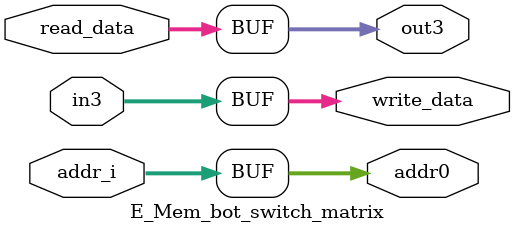
<source format=v>
module E_Mem_bot_switch_matrix #(
    parameter NoConfigBits = 0
)
(
    output reg[31:0] out3,
    output reg[31:0] addr0,
    output reg[31:0] write_data,
    input wire[31:0] read_data,
    input wire[31:0] addr_i,
    input wire[31:0] in3
);

localparam GND = 32'd0;
localparam VCC = 32'd1;

// switch matrix multiplexer out3 MUX-1
assign out3 = read_data;
// switch matrix multiplexer addr0 MUX-1
assign addr0 = addr_i;
// switch matrix multiplexer write_data MUX-1
assign write_data = in3;
endmodule


</source>
